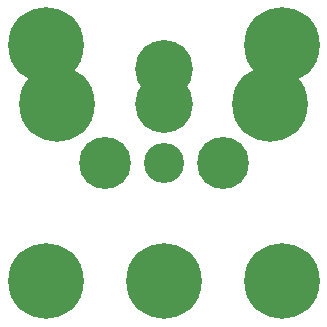
<source format=gts>
G04 #@! TF.FileFunction,Soldermask,Top*
%FSLAX46Y46*%
G04 Gerber Fmt 4.6, Leading zero omitted, Abs format (unit mm)*
G04 Created by KiCad (PCBNEW 4.0.4-stable) date Thursday, 20 '20e' October '20e' 2016, 21:15:53*
%MOMM*%
%LPD*%
G01*
G04 APERTURE LIST*
%ADD10C,0.100000*%
%ADD11C,6.400000*%
%ADD12C,4.400000*%
%ADD13C,4.900000*%
%ADD14C,3.400000*%
G04 APERTURE END LIST*
D10*
D11*
X167224000Y-93568000D03*
X147224000Y-93568000D03*
X147224000Y-113568000D03*
X167224000Y-113568000D03*
D12*
X162224000Y-103568000D03*
X152224000Y-103568000D03*
D13*
X157224000Y-95568000D03*
X157224000Y-98568000D03*
D11*
X166224000Y-98568000D03*
X148224000Y-98568000D03*
X157224000Y-113568000D03*
D14*
X157224000Y-103568000D03*
M02*

</source>
